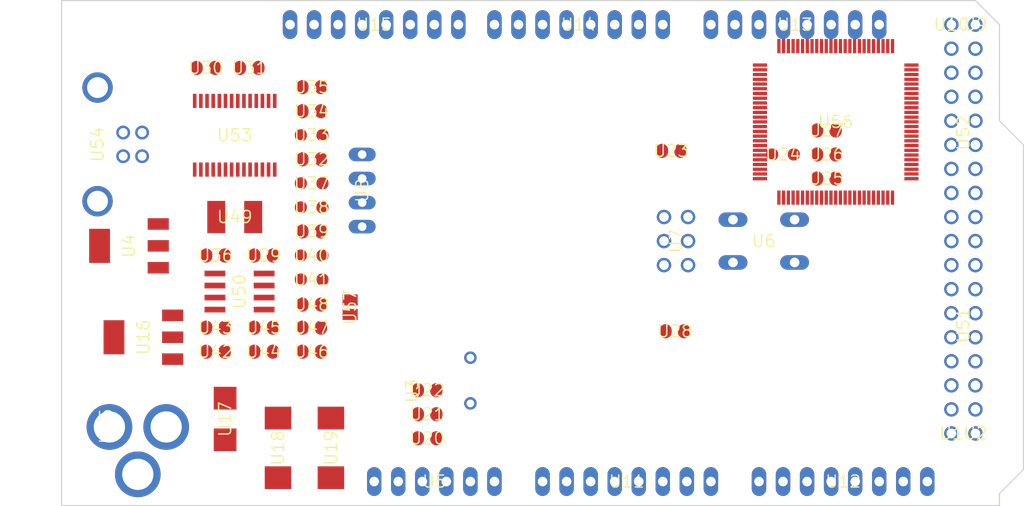
<source format=kicad_pcb>
(kicad_pcb (version 20221018) (generator pcbnew)
  (layers (0 "F.Cu" signal "Top") (31 "B.Cu" signal "Bottom") (34 "B.Paste" user) (35 "F.Paste" user) (36 "B.SilkS" user "B.Silkscreen") (37 "F.SilkS" user "F.Silkscreen") (38 "B.Mask" user) (39 "F.Mask" user) (44 "Edge.Cuts" user))
  (net 0 "")
  (net 1 "+5V")
  (net 2 "GND")
  (net 3 "N$6")
  (net 4 "N$7")
  (net 5 "AREF")
  (net 6 "RESET")
  (net 7 "VIN")
  (net 8 "N$3")
  (net 9 "PWRIN")
  (net 10 "M8RXD")
  (net 11 "M8TXD")
  (net 12 "ADC0")
  (net 13 "ADC2")
  (net 14 "ADC1")
  (net 15 "ADC3")
  (net 16 "ADC4")
  (net 17 "ADC5")
  (net 18 "ADC6")
  (net 19 "ADC7")
  (net 20 "+3V3")
  (net 21 "SDA")
  (net 22 "SCL")
  (net 23 "ADC9")
  (net 24 "ADC8")
  (net 25 "ADC10")
  (net 26 "ADC11")
  (net 27 "ADC12")
  (net 28 "ADC13")
  (net 29 "ADC14")
  (net 30 "ADC15")
  (net 31 "PB3")
  (net 32 "PB2")
  (net 33 "PB1")
  (net 34 "PB5")
  (net 35 "PB4")
  (net 36 "PE5")
  (net 37 "PE4")
  (net 38 "PE3")
  (net 39 "PE1")
  (net 40 "PE0")
  (net 41 "N$15")
  (net 42 "N$53")
  (net 43 "N$54")
  (net 44 "N$55")
  (net 45 "D-")
  (net 46 "D+")
  (net 47 "N$60")
  (net 48 "DTR")
  (net 49 "USBVCC")
  (net 50 "N$2")
  (net 51 "N$4")
  (net 52 "GATE_CMD")
  (net 53 "CMP")
  (net 54 "PB6")
  (net 55 "PH3")
  (net 56 "PH4")
  (net 57 "PH5")
  (net 58 "PH6")
  (net 59 "PG5")
  (net 60 "RXD1")
  (net 61 "TXD1")
  (net 62 "RXD2")
  (net 63 "RXD3")
  (net 64 "TXD2")
  (net 65 "TXD3")
  (net 66 "PC0")
  (net 67 "PC1")
  (net 68 "PC2")
  (net 69 "PC3")
  (net 70 "PC4")
  (net 71 "PC5")
  (net 72 "PC6")
  (net 73 "PC7")
  (net 74 "PB0")
  (net 75 "PG0")
  (net 76 "PG1")
  (net 77 "PG2")
  (net 78 "PD7")
  (net 79 "PA0")
  (net 80 "PA1")
  (net 81 "PA2")
  (net 82 "PA3")
  (net 83 "PA4")
  (net 84 "PA5")
  (net 85 "PA6")
  (net 86 "PA7")
  (net 87 "PL0")
  (net 88 "PL1")
  (net 89 "PL2")
  (net 90 "PL3")
  (net 91 "PL4")
  (net 92 "PL5")
  (net 93 "PL6")
  (net 94 "PL7")
  (net 95 "PB7")
  (net 96 "CTS")
  (net 97 "DSR")
  (net 98 "DCD")
  (net 99 "RI")
  (footprint "Arduino_MEGA_Reference_Design:2X03" (layer "F.Cu") (at 162.5981 103.7336 -90)
    (fp_text reference "U7")
    (fp_text value "")
  )
  (footprint "Arduino_MEGA_Reference_Design:1X08" (layer "F.Cu") (at 152.3111 80.8736 180)
    (fp_text reference "U14")
    (fp_text value "")
  )
  (footprint "Arduino_MEGA_Reference_Design:1X08" (layer "F.Cu") (at 130.7211 80.8736 180)
    (fp_text reference "U15")
    (fp_text value "")
  )
  (footprint "Arduino_MEGA_Reference_Design:SMC_D" (layer "F.Cu") (at 120.5611 125.5776 -90)
    (fp_text reference "U18")
    (fp_text value "")
  )
  (footprint "Arduino_MEGA_Reference_Design:SMC_D" (layer "F.Cu") (at 126.1491 125.5776 -90)
    (fp_text reference "U19")
    (fp_text value "")
  )
  (footprint "Arduino_MEGA_Reference_Design:B3F-10XX" (layer "F.Cu") (at 171.8691 103.7336 180)
    (fp_text reference "U6")
    (fp_text value "")
  )
  (footprint "Arduino_MEGA_Reference_Design:0805RND" (layer "F.Cu") (at 173.9011 94.5896 180)
    (fp_text reference "U24")
    (fp_text value "")
  )
  (footprint "Arduino_MEGA_Reference_Design:SMB" (layer "F.Cu") (at 114.9731 122.5296 -90)
    (fp_text reference "U17")
    (fp_text value "")
  )
  (footprint "Arduino_MEGA_Reference_Design:DC-21MM" (layer "F.Cu") (at 103.0351 123.2916 90)
    (fp_text reference "U55")
    (fp_text value "")
  )
  (footprint "Arduino_MEGA_Reference_Design:HC49_S" (layer "F.Cu") (at 140.8811 118.4656 90)
    (fp_text reference "U3")
    (fp_text value "")
  )
  (footprint "Arduino_MEGA_Reference_Design:SOT223" (layer "F.Cu") (at 106.3371 113.8936 90)
    (fp_text reference "U16")
    (fp_text value "")
  )
  (footprint "Arduino_MEGA_Reference_Design:1X06" (layer "F.Cu") (at 137.0711 129.1336)
    (fp_text reference "U5")
    (fp_text value "")
  )
  (footprint "Arduino_MEGA_Reference_Design:C0805RND" (layer "F.Cu") (at 124.1171 87.4776)
    (fp_text reference "U35")
    (fp_text value "")
  )
  (footprint "Arduino_MEGA_Reference_Design:C0805RND" (layer "F.Cu") (at 162.4711 113.2586)
    (fp_text reference "U28")
    (fp_text value "")
  )
  (footprint "Arduino_MEGA_Reference_Design:C0805RND" (layer "F.Cu") (at 136.3091 122.0216)
    (fp_text reference "U21")
    (fp_text value "")
  )
  (footprint "Arduino_MEGA_Reference_Design:C0805RND" (layer "F.Cu") (at 136.3091 119.4816)
    (fp_text reference "U22")
    (fp_text value "")
  )
  (footprint "Arduino_MEGA_Reference_Design:C0805RND" (layer "F.Cu") (at 113.9571 112.8776)
    (fp_text reference "U43")
    (fp_text value "")
  )
  (footprint "Arduino_MEGA_Reference_Design:RCL_0805RND" (layer "F.Cu") (at 124.1171 105.2576)
    (fp_text reference "U40")
    (fp_text value "")
  )
  (footprint "Arduino_MEGA_Reference_Design:RCL_0805RND" (layer "F.Cu") (at 124.1171 107.7976)
    (fp_text reference "U41")
    (fp_text value "")
  )
  (footprint "Arduino_MEGA_Reference_Design:1X08" (layer "F.Cu") (at 157.3911 129.1336)
    (fp_text reference "U11")
    (fp_text value "")
  )
  (footprint "Arduino_MEGA_Reference_Design:1X08" (layer "F.Cu") (at 175.1711 80.8736 180)
    (fp_text reference "U13")
    (fp_text value "")
  )
  (footprint "Arduino_MEGA_Reference_Design:R0805RND" (layer "F.Cu") (at 178.4731 94.5896 180)
    (fp_text reference "U26")
    (fp_text value "")
  )
  (footprint "Arduino_MEGA_Reference_Design:R0805RND" (layer "F.Cu") (at 178.4731 92.0496 180)
    (fp_text reference "U27")
    (fp_text value "")
  )
  (footprint "Arduino_MEGA_Reference_Design:TQFP100" (layer "F.Cu") (at 179.46385192871094 91.14759826660156 0)
    (fp_text reference "U56")
    (fp_text value "")
  )
  (footprint "Arduino_MEGA_Reference_Design:C0805RND" (layer "F.Cu") (at 162.0901 94.2086 180)
    (fp_text reference "U23")
    (fp_text value "")
  )
  (footprint "Arduino_MEGA_Reference_Design:C0805RND" (layer "F.Cu") (at 136.3091 124.5616)
    (fp_text reference "U20")
    (fp_text value "")
  )
  (footprint "Arduino_MEGA_Reference_Design:1X08" (layer "F.Cu") (at 180.2511 129.1336)
    (fp_text reference "U12")
    (fp_text value "")
  )
  (footprint "Arduino_MEGA_Reference_Design:R0805RND" (layer "F.Cu") (at 124.1171 112.8776)
    (fp_text reference "U47")
    (fp_text value "")
  )
  (footprint "Arduino_MEGA_Reference_Design:C0805RND" (layer "F.Cu") (at 124.1171 115.4176)
    (fp_text reference "U46")
    (fp_text value "")
  )
  (footprint "Arduino_MEGA_Reference_Design:C0805RND" (layer "F.Cu") (at 113.9571 105.2576)
    (fp_text reference "U36")
    (fp_text value "")
  )
  (footprint "Arduino_MEGA_Reference_Design:C0805RND" (layer "F.Cu") (at 112.9411 85.4456)
    (fp_text reference "U30")
    (fp_text value "")
  )
  (footprint "Arduino_MEGA_Reference_Design:0805RND" (layer "F.Cu") (at 124.1171 100.1776 180)
    (fp_text reference "U38")
    (fp_text value "")
  )
  (footprint "Arduino_MEGA_Reference_Design:0805RND" (layer "F.Cu") (at 124.1171 97.6376 180)
    (fp_text reference "U37")
    (fp_text value "")
  )
  (footprint "Arduino_MEGA_Reference_Design:R0805RND" (layer "F.Cu") (at 124.1171 95.0976)
    (fp_text reference "U32")
    (fp_text value "")
  )
  (footprint "Arduino_MEGA_Reference_Design:R0805RND" (layer "F.Cu") (at 124.1171 102.7176)
    (fp_text reference "U39")
    (fp_text value "")
  )
  (footprint "Arduino_MEGA_Reference_Design:SSOP28" (layer "F.Cu") (at 115.9891 92.5576)
    (fp_text reference "U53")
    (fp_text value "")
  )
  (footprint "Arduino_MEGA_Reference_Design:PN61729" (layer "F.Cu") (at 98.9584 93.5228 -90)
    (fp_text reference "U54")
    (fp_text value "")
  )
  (footprint "Arduino_MEGA_Reference_Design:L1812" (layer "F.Cu") (at 115.9891 101.1936)
    (fp_text reference "U49")
    (fp_text value "")
  )
  (footprint "Arduino_MEGA_Reference_Design:C0805RND" (layer "F.Cu") (at 117.5131 85.4456)
    (fp_text reference "U31")
    (fp_text value "")
  )
  (footprint "Arduino_MEGA_Reference_Design:0805RND" (layer "F.Cu") (at 124.1171 92.5576 180)
    (fp_text reference "U33")
    (fp_text value "")
  )
  (footprint "Arduino_MEGA_Reference_Design:R0805RND" (layer "F.Cu") (at 124.1171 90.0176 180)
    (fp_text reference "U34")
    (fp_text value "")
  )
  (footprint "Arduino_MEGA_Reference_Design:C0805RND" (layer "F.Cu") (at 124.1171 110.4392 180)
    (fp_text reference "U48")
    (fp_text value "")
  )
  (footprint "Arduino_MEGA_Reference_Design:SOT223" (layer "F.Cu") (at 104.8131 104.2416 90)
    (fp_text reference "U4")
    (fp_text value "")
  )
  (footprint "Arduino_MEGA_Reference_Design:SO08" (layer "F.Cu") (at 116.4971 109.0676 -90)
    (fp_text reference "U50")
    (fp_text value "")
  )
  (footprint "Arduino_MEGA_Reference_Design:R0805RND" (layer "F.Cu") (at 113.9571 115.4176 180)
    (fp_text reference "U42")
    (fp_text value "")
  )
  (footprint "Arduino_MEGA_Reference_Design:R0805RND" (layer "F.Cu") (at 119.0371 112.8776 180)
    (fp_text reference "U45")
    (fp_text value "")
  )
  (footprint "Arduino_MEGA_Reference_Design:C0805RND" (layer "F.Cu") (at 119.0371 115.4176 180)
    (fp_text reference "U44")
    (fp_text value "")
  )
  (footprint "Arduino_MEGA_Reference_Design:C0805RND" (layer "F.Cu") (at 119.0371 105.2576)
    (fp_text reference "U29")
    (fp_text value "")
  )
  (footprint "Arduino_MEGA_Reference_Design:2X08" (layer "F.Cu") (at 192.9511 92.3036 90)
    (fp_text reference "U52")
    (fp_text value "")
  )
  (footprint "Arduino_MEGA_Reference_Design:2X08" (layer "F.Cu") (at 192.9511 112.6236 90)
    (fp_text reference "U51")
    (fp_text value "")
  )
  (footprint "Arduino_MEGA_Reference_Design:R0805RND" (layer "F.Cu") (at 178.4731 97.1296 180)
    (fp_text reference "U25")
    (fp_text value "")
  )
  (footprint "Arduino_MEGA_Reference_Design:1X01" (layer "F.Cu") (at 191.6811 80.8736)
    (fp_text reference "U10")
    (fp_text value "")
  )
  (footprint "Arduino_MEGA_Reference_Design:1X01" (layer "F.Cu") (at 194.2211 80.8736)
    (fp_text reference "U9")
    (fp_text value "")
  )
  (footprint "Arduino_MEGA_Reference_Design:1X01" (layer "F.Cu") (at 191.6811 124.0536)
    (fp_text reference "U1")
    (fp_text value "")
  )
  (footprint "Arduino_MEGA_Reference_Design:1X01" (layer "F.Cu") (at 194.2211 124.0536)
    (fp_text reference "U2")
    (fp_text value "")
  )
  (footprint "Arduino_MEGA_Reference_Design:SJ" (layer "F.Cu") (at 128.1811 110.7186 -90)
    (fp_text reference "U57")
    (fp_text value "")
  )
  (footprint "Arduino_MEGA_Reference_Design:JP4" (layer "F.Cu") (at 129.4511 98.3996 -90)
    (fp_text reference "U8")
    (fp_text value "")
  )
  (gr_line (start 196.7611 80.8736) (end 196.7611 91.0336) (layer "Edge.Cuts") (width 0.12))
  (gr_line (start 196.7611 130.4036) (end 196.7611 131.6736) (layer "Edge.Cuts") (width 0.12))
  (gr_line (start 194.2211 78.3336) (end 196.7611 80.8736) (layer "Edge.Cuts") (width 0.12))
  (gr_line (start 97.7011 78.3336) (end 194.2211 78.3336) (layer "Edge.Cuts") (width 0.12))
  (gr_line (start 196.7611 91.0336) (end 199.3011 93.5736) (layer "Edge.Cuts") (width 0.12))
  (gr_line (start 97.7011 131.6736) (end 97.7011 78.3336) (layer "Edge.Cuts") (width 0.12))
  (gr_line (start 196.7611 131.6736) (end 97.7011 131.6736) (layer "Edge.Cuts") (width 0.12))
  (gr_line (start 199.3011 93.5736) (end 199.3011 127.8636) (layer "Edge.Cuts") (width 0.12))
  (gr_line (start 199.3011 127.8636) (end 196.7611 130.4036) (layer "Edge.Cuts") (width 0.12))
)
</source>
